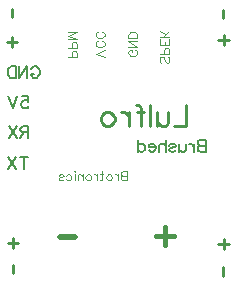
<source format=gbo>
G04 DipTrace Beta 2.3.5.2*
%INLulfroMiniBrush-v2.GBO*%
%MOIN*%
%ADD29C,0.0154*%
%ADD42C,0.0197*%
%ADD69C,0.0062*%
%ADD70C,0.0046*%
%ADD71C,0.0087*%
%ADD72C,0.0109*%
%FSLAX44Y44*%
G04*
G70*
G90*
G75*
G01*
%LNBottom BottomSilk*%
%LPD*%
X1922Y7259D2*
D69*
X1941Y7297D1*
X1979Y7335D1*
X2017Y7354D1*
X2094D1*
X2132Y7335D1*
X2170Y7297D1*
X2190Y7259D1*
X2209Y7201D1*
Y7105D1*
X2190Y7048D1*
X2170Y7010D1*
X2132Y6972D1*
X2094Y6952D1*
X2017D1*
X1979Y6972D1*
X1941Y7010D1*
X1922Y7048D1*
Y7105D1*
X2017D1*
X1530Y7354D2*
Y6952D1*
X1798Y7354D1*
Y6952D1*
X1407Y7354D2*
Y6952D1*
X1273D1*
X1215Y6972D1*
X1177Y7010D1*
X1158Y7048D1*
X1139Y7105D1*
Y7201D1*
X1158Y7259D1*
X1177Y7297D1*
X1215Y7335D1*
X1273Y7354D1*
X1407D1*
X1627Y6344D2*
X1818D1*
X1837Y6172D1*
X1818Y6191D1*
X1760Y6210D1*
X1703D1*
X1646Y6191D1*
X1607Y6153D1*
X1588Y6095D1*
Y6057D1*
X1607Y6000D1*
X1646Y5961D1*
X1703Y5942D1*
X1760D1*
X1818Y5961D1*
X1837Y5981D1*
X1856Y6019D1*
X1465Y6344D2*
X1312Y5942D1*
X1159Y6344D1*
X1838Y5153D2*
X1666D1*
X1609Y5172D1*
X1589Y5191D1*
X1570Y5229D1*
Y5268D1*
X1589Y5306D1*
X1609Y5325D1*
X1666Y5344D1*
X1838D1*
Y4942D1*
X1704Y5153D2*
X1570Y4942D1*
X1447Y5344D2*
X1179Y4942D1*
Y5344D2*
X1447Y4942D1*
X1674Y4324D2*
Y3922D1*
X1808Y4324D2*
X1540D1*
X1417D2*
X1149Y3922D1*
Y4324D2*
X1417Y3922D1*
X6480Y7671D2*
D70*
X6509Y7642D1*
X6523Y7599D1*
Y7542D1*
X6509Y7499D1*
X6480Y7470D1*
X6452D1*
X6423Y7484D1*
X6409Y7499D1*
X6394Y7527D1*
X6365Y7613D1*
X6351Y7642D1*
X6337Y7656D1*
X6308Y7671D1*
X6265D1*
X6236Y7642D1*
X6222Y7599D1*
Y7542D1*
X6236Y7499D1*
X6265Y7470D1*
X6365Y7763D2*
Y7893D1*
X6380Y7935D1*
X6394Y7950D1*
X6423Y7964D1*
X6466D1*
X6494Y7950D1*
X6509Y7935D1*
X6523Y7893D1*
Y7763D1*
X6222D1*
X6523Y8243D2*
Y8057D1*
X6222D1*
Y8243D1*
X6380Y8057D2*
Y8172D1*
X6523Y8336D2*
X6222D1*
X6523Y8537D2*
X6322Y8336D1*
X6394Y8408D2*
X6222Y8537D1*
X3289Y7665D2*
Y7795D1*
X3304Y7837D1*
X3318Y7852D1*
X3347Y7866D1*
X3390D1*
X3418Y7852D1*
X3433Y7837D1*
X3447Y7795D1*
Y7665D1*
X3146D1*
X3289Y7959D2*
Y8088D1*
X3304Y8131D1*
X3318Y8145D1*
X3347Y8160D1*
X3390D1*
X3418Y8145D1*
X3433Y8131D1*
X3447Y8088D1*
Y7959D1*
X3146D1*
Y8482D2*
X3447D1*
X3146Y8367D1*
X3447Y8252D1*
X3146D1*
X4373Y7657D2*
X4072Y7771D1*
X4373Y7886D1*
X4302Y8194D2*
X4330Y8180D1*
X4359Y8151D1*
X4373Y8122D1*
Y8065D1*
X4359Y8036D1*
X4330Y8008D1*
X4302Y7993D1*
X4259Y7979D1*
X4187D1*
X4144Y7993D1*
X4115Y8008D1*
X4086Y8036D1*
X4072Y8065D1*
Y8122D1*
X4086Y8151D1*
X4115Y8180D1*
X4144Y8194D1*
X4302Y8502D2*
X4330Y8488D1*
X4359Y8459D1*
X4373Y8430D1*
Y8373D1*
X4359Y8344D1*
X4330Y8315D1*
X4302Y8301D1*
X4259Y8287D1*
X4187D1*
X4144Y8301D1*
X4115Y8315D1*
X4086Y8344D1*
X4072Y8373D1*
Y8430D1*
X4086Y8459D1*
X4115Y8488D1*
X4144Y8502D1*
X5392Y7905D2*
X5420Y7890D1*
X5449Y7862D1*
X5463Y7833D1*
Y7776D1*
X5449Y7747D1*
X5420Y7718D1*
X5392Y7704D1*
X5349Y7689D1*
X5277D1*
X5234Y7704D1*
X5205Y7718D1*
X5176Y7747D1*
X5162Y7776D1*
Y7833D1*
X5176Y7862D1*
X5205Y7890D1*
X5234Y7905D1*
X5277D1*
Y7833D1*
X5463Y8198D2*
X5162D1*
X5463Y7997D1*
X5162D1*
X5463Y8291D2*
X5162D1*
Y8391D1*
X5176Y8434D1*
X5205Y8463D1*
X5234Y8478D1*
X5277Y8492D1*
X5349D1*
X5392Y8478D1*
X5420Y8463D1*
X5449Y8434D1*
X5463Y8391D1*
Y8291D1*
X1316Y1623D2*
D71*
Y1278D1*
X1488Y1450D2*
X1144D1*
X8339Y1598D2*
Y1253D1*
X8511Y1425D2*
X8167D1*
X8341Y8398D2*
Y8053D1*
X8513Y8225D2*
X8169D1*
X1291Y8323D2*
Y7978D1*
X1463Y8150D2*
X1119D1*
X1313Y721D2*
D72*
Y445D1*
X8313Y646D2*
Y370D1*
X8338Y9221D2*
Y8945D1*
X1288Y9271D2*
Y8995D1*
X6378Y1989D2*
D29*
Y1387D1*
X6679Y1688D2*
X6077D1*
X3396Y1663D2*
D42*
X2898D1*
X7092Y6073D2*
D72*
Y5369D1*
X6690D1*
X6474Y5838D2*
Y5503D1*
X6441Y5403D1*
X6373Y5369D1*
X6273D1*
X6206Y5403D1*
X6105Y5503D1*
Y5838D2*
Y5369D1*
X5889Y6073D2*
Y5369D1*
X5405Y6073D2*
X5472D1*
X5539Y6039D1*
X5573Y5939D1*
Y5369D1*
X5673Y5838D2*
X5439D1*
X5189D2*
Y5369D1*
Y5637D2*
X5155Y5738D1*
X5089Y5805D1*
X5021Y5838D1*
X4921D1*
X4538D2*
X4604Y5805D1*
X4671Y5738D1*
X4705Y5637D1*
Y5570D1*
X4671Y5470D1*
X4604Y5403D1*
X4538Y5369D1*
X4437D1*
X4370Y5403D1*
X4303Y5470D1*
X4269Y5570D1*
Y5637D1*
X4303Y5738D1*
X4370Y5805D1*
X4437Y5838D1*
X4538D1*
X7749Y4894D2*
D69*
Y4492D1*
X7576D1*
X7519Y4512D1*
X7500Y4531D1*
X7481Y4569D1*
Y4626D1*
X7500Y4665D1*
X7519Y4684D1*
X7576Y4703D1*
X7519Y4722D1*
X7500Y4741D1*
X7481Y4779D1*
Y4818D1*
X7500Y4856D1*
X7519Y4875D1*
X7576Y4894D1*
X7749D1*
Y4703D2*
X7576D1*
X7357Y4760D2*
Y4492D1*
Y4645D2*
X7338Y4703D1*
X7300Y4741D1*
X7261Y4760D1*
X7204D1*
X7080D2*
Y4569D1*
X7061Y4512D1*
X7023Y4492D1*
X6965D1*
X6927Y4512D1*
X6870Y4569D1*
Y4760D2*
Y4492D1*
X6536Y4703D2*
X6555Y4741D1*
X6612Y4760D1*
X6670D1*
X6727Y4741D1*
X6746Y4703D1*
X6727Y4665D1*
X6689Y4645D1*
X6593Y4626D1*
X6555Y4607D1*
X6536Y4569D1*
Y4550D1*
X6555Y4512D1*
X6612Y4492D1*
X6670D1*
X6727Y4512D1*
X6746Y4550D1*
X6412Y4894D2*
Y4492D1*
Y4684D2*
X6355Y4741D1*
X6316Y4760D1*
X6259D1*
X6221Y4741D1*
X6202Y4684D1*
Y4492D1*
X6078Y4645D2*
X5849D1*
Y4684D1*
X5868Y4722D1*
X5887Y4741D1*
X5925Y4760D1*
X5983D1*
X6021Y4741D1*
X6059Y4703D1*
X6078Y4645D1*
Y4607D1*
X6059Y4550D1*
X6021Y4512D1*
X5983Y4492D1*
X5925D1*
X5887Y4512D1*
X5849Y4550D1*
X5496Y4894D2*
Y4492D1*
Y4703D2*
X5534Y4741D1*
X5572Y4760D1*
X5630D1*
X5668Y4741D1*
X5706Y4703D1*
X5725Y4645D1*
Y4607D1*
X5706Y4550D1*
X5668Y4512D1*
X5630Y4492D1*
X5572D1*
X5534Y4512D1*
X5496Y4550D1*
X5118Y3848D2*
D70*
Y3547D1*
X4989D1*
X4946Y3561D1*
X4931Y3576D1*
X4917Y3604D1*
Y3647D1*
X4931Y3676D1*
X4946Y3690D1*
X4989Y3705D1*
X4946Y3719D1*
X4931Y3734D1*
X4917Y3762D1*
Y3791D1*
X4931Y3819D1*
X4946Y3834D1*
X4989Y3848D1*
X5118D1*
Y3705D2*
X4989D1*
X4825Y3748D2*
Y3547D1*
Y3662D2*
X4810Y3705D1*
X4781Y3734D1*
X4753Y3748D1*
X4709D1*
X4545D2*
X4574Y3734D1*
X4603Y3705D1*
X4617Y3662D1*
Y3633D1*
X4603Y3590D1*
X4574Y3561D1*
X4545Y3547D1*
X4502D1*
X4473Y3561D1*
X4445Y3590D1*
X4430Y3633D1*
Y3662D1*
X4445Y3705D1*
X4473Y3734D1*
X4502Y3748D1*
X4545D1*
X4294Y3848D2*
Y3604D1*
X4280Y3561D1*
X4251Y3547D1*
X4223D1*
X4337Y3748D2*
X4237D1*
X4130D2*
Y3547D1*
Y3662D2*
X4116Y3705D1*
X4087Y3734D1*
X4058Y3748D1*
X4015D1*
X3851D2*
X3879Y3734D1*
X3908Y3705D1*
X3922Y3662D1*
Y3633D1*
X3908Y3590D1*
X3879Y3561D1*
X3851Y3547D1*
X3808D1*
X3779Y3561D1*
X3750Y3590D1*
X3736Y3633D1*
Y3662D1*
X3750Y3705D1*
X3779Y3734D1*
X3808Y3748D1*
X3851D1*
X3643D2*
Y3547D1*
Y3690D2*
X3600Y3734D1*
X3571Y3748D1*
X3528D1*
X3499Y3734D1*
X3485Y3690D1*
Y3547D1*
X3393Y3848D2*
X3378Y3834D1*
X3364Y3848D1*
X3378Y3863D1*
X3393Y3848D1*
X3378Y3748D2*
Y3547D1*
X3099Y3705D2*
X3127Y3734D1*
X3156Y3748D1*
X3199D1*
X3228Y3734D1*
X3256Y3705D1*
X3271Y3662D1*
Y3633D1*
X3256Y3590D1*
X3228Y3561D1*
X3199Y3547D1*
X3156D1*
X3127Y3561D1*
X3099Y3590D1*
X2848Y3705D2*
X2862Y3734D1*
X2906Y3748D1*
X2949D1*
X2992Y3734D1*
X3006Y3705D1*
X2992Y3676D1*
X2963Y3662D1*
X2891Y3647D1*
X2862Y3633D1*
X2848Y3604D1*
Y3590D1*
X2862Y3561D1*
X2906Y3547D1*
X2949D1*
X2992Y3561D1*
X3006Y3590D1*
M02*

</source>
